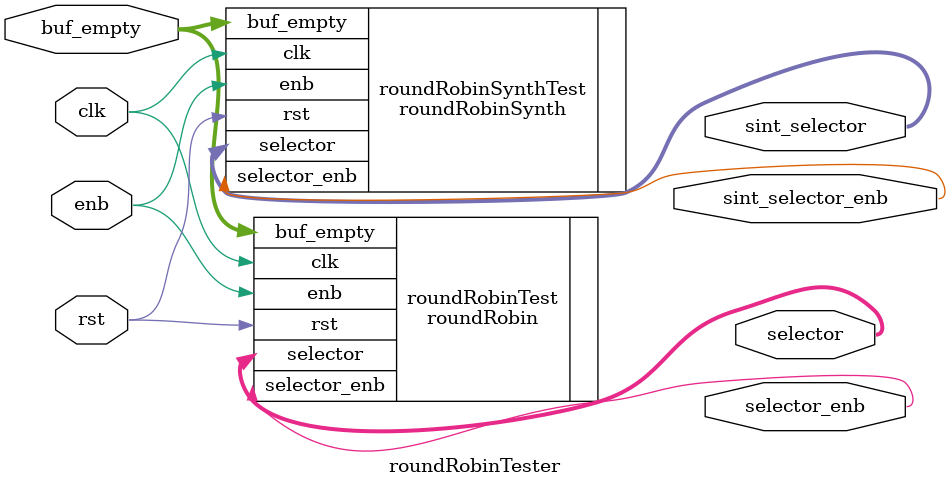
<source format=v>
`timescale 1ns/1ps

`ifndef isTest
  `include "../bloques/roundRobin/roundRobin.v"
  `include "../build/roundRobin-sintetizado.v"
`endif

`ifndef roundRobinTester
`define roundRobinTester

module roundRobinTester (
  input clk,
  input rst,
  input enb,
  input [QUEUE_QUANTITY-1:0] buf_empty,
  output [$clog2(QUEUE_QUANTITY)-1:0] selector,
  output selector_enb,
  output [$clog2(QUEUE_QUANTITY)-1:0] sint_selector,
  output sint_selector_enb
);
parameter QUEUE_QUANTITY = 4;
parameter DATA_BITS = 8;
wire data_out;
wire sint_data_out;

reg errSelector;
reg errSelector_enb;

always @ ( * ) begin
  errSelector_enb = sint_selector_enb != selector_enb;
  errSelector = sint_selector != selector;
end

roundRobin #(.QUEUE_QUANTITY(QUEUE_QUANTITY), .DATA_BITS(DATA_BITS)) roundRobinTest(
  .clk(clk), .rst(rst), .enb(enb),
  .buf_empty(buf_empty), // Selector de queue al cual entra el dato
  .selector(selector), // dato que entra al queue
  .selector_enb(selector_enb) // Salida de dato del roundRobin
);

roundRobinSynth roundRobinSynthTest(
  .clk(clk), .rst(rst), .enb(enb),
  .buf_empty(buf_empty), // Selector de queue al cual entra el dato
  .selector(sint_selector), // dato que entra al queue
  .selector_enb(sint_selector_enb) // Salida de dato del roundRobin
);

endmodule

`endif

</source>
